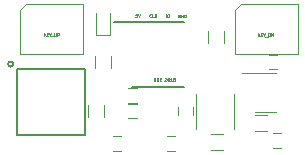
<source format=gbr>
G04 #@! TF.FileFunction,Legend,Top*
%FSLAX46Y46*%
G04 Gerber Fmt 4.6, Leading zero omitted, Abs format (unit mm)*
G04 Created by KiCad (PCBNEW 4.0.7) date Tuesday, October 30, 2018 'PMt' 11:33:51 PM*
%MOMM*%
%LPD*%
G01*
G04 APERTURE LIST*
%ADD10C,0.100000*%
%ADD11C,0.031750*%
%ADD12C,0.120000*%
%ADD13C,0.150000*%
%ADD14C,0.050000*%
G04 APERTURE END LIST*
D10*
D11*
X119481624Y-71210900D02*
X119457815Y-71198995D01*
X119422100Y-71198995D01*
X119386386Y-71210900D01*
X119362577Y-71234710D01*
X119350672Y-71258519D01*
X119338767Y-71306138D01*
X119338767Y-71341852D01*
X119350672Y-71389471D01*
X119362577Y-71413281D01*
X119386386Y-71437090D01*
X119422100Y-71448995D01*
X119445910Y-71448995D01*
X119481624Y-71437090D01*
X119493529Y-71425186D01*
X119493529Y-71341852D01*
X119445910Y-71341852D01*
X119600672Y-71448995D02*
X119600672Y-71198995D01*
X119743529Y-71448995D01*
X119743529Y-71198995D01*
X119862577Y-71448995D02*
X119862577Y-71198995D01*
X119922101Y-71198995D01*
X119957815Y-71210900D01*
X119981624Y-71234710D01*
X119993529Y-71258519D01*
X120005434Y-71306138D01*
X120005434Y-71341852D01*
X119993529Y-71389471D01*
X119981624Y-71413281D01*
X119957815Y-71437090D01*
X119922101Y-71448995D01*
X119862577Y-71448995D01*
X118321948Y-71423595D02*
X118321948Y-71173595D01*
X118488615Y-71173595D02*
X118536234Y-71173595D01*
X118560043Y-71185500D01*
X118583853Y-71209310D01*
X118595758Y-71256929D01*
X118595758Y-71340262D01*
X118583853Y-71387881D01*
X118560043Y-71411690D01*
X118536234Y-71423595D01*
X118488615Y-71423595D01*
X118464805Y-71411690D01*
X118440996Y-71387881D01*
X118429091Y-71340262D01*
X118429091Y-71256929D01*
X118440996Y-71209310D01*
X118464805Y-71185500D01*
X118488615Y-71173595D01*
X117059491Y-71387086D02*
X117047586Y-71398990D01*
X117011872Y-71410895D01*
X116988062Y-71410895D01*
X116952348Y-71398990D01*
X116928539Y-71375181D01*
X116916634Y-71351371D01*
X116904729Y-71303752D01*
X116904729Y-71268038D01*
X116916634Y-71220419D01*
X116928539Y-71196610D01*
X116952348Y-71172800D01*
X116988062Y-71160895D01*
X117011872Y-71160895D01*
X117047586Y-71172800D01*
X117059491Y-71184705D01*
X117285681Y-71410895D02*
X117166634Y-71410895D01*
X117166634Y-71160895D01*
X117369015Y-71410895D02*
X117369015Y-71160895D01*
X117511872Y-71410895D02*
X117404729Y-71268038D01*
X117511872Y-71160895D02*
X117369015Y-71303752D01*
X115865281Y-71148195D02*
X115746234Y-71148195D01*
X115734329Y-71267243D01*
X115746234Y-71255338D01*
X115770043Y-71243433D01*
X115829567Y-71243433D01*
X115853377Y-71255338D01*
X115865281Y-71267243D01*
X115877186Y-71291052D01*
X115877186Y-71350576D01*
X115865281Y-71374386D01*
X115853377Y-71386290D01*
X115829567Y-71398195D01*
X115770043Y-71398195D01*
X115746234Y-71386290D01*
X115734329Y-71374386D01*
X115948615Y-71148195D02*
X116031948Y-71398195D01*
X116115281Y-71148195D01*
X126109096Y-73036495D02*
X126109096Y-72786495D01*
X126251953Y-73036495D02*
X126144810Y-72893638D01*
X126251953Y-72786495D02*
X126109096Y-72929352D01*
X126359096Y-72905543D02*
X126442429Y-72905543D01*
X126478143Y-73036495D02*
X126359096Y-73036495D01*
X126359096Y-72786495D01*
X126478143Y-72786495D01*
X126632905Y-72917448D02*
X126632905Y-73036495D01*
X126549572Y-72786495D02*
X126632905Y-72917448D01*
X126716238Y-72786495D01*
X126740048Y-73060305D02*
X126930524Y-73060305D01*
X126990048Y-73036495D02*
X126990048Y-72786495D01*
X127049572Y-72786495D01*
X127085286Y-72798400D01*
X127109095Y-72822210D01*
X127121000Y-72846019D01*
X127132905Y-72893638D01*
X127132905Y-72929352D01*
X127121000Y-72976971D01*
X127109095Y-73000781D01*
X127085286Y-73024590D01*
X127049572Y-73036495D01*
X126990048Y-73036495D01*
X127240048Y-73036495D02*
X127240048Y-72786495D01*
X127382905Y-73036495D01*
X127382905Y-72786495D01*
X107986196Y-73011095D02*
X107986196Y-72761095D01*
X108129053Y-73011095D02*
X108021910Y-72868238D01*
X108129053Y-72761095D02*
X107986196Y-72903952D01*
X108236196Y-72880143D02*
X108319529Y-72880143D01*
X108355243Y-73011095D02*
X108236196Y-73011095D01*
X108236196Y-72761095D01*
X108355243Y-72761095D01*
X108510005Y-72892048D02*
X108510005Y-73011095D01*
X108426672Y-72761095D02*
X108510005Y-72892048D01*
X108593338Y-72761095D01*
X108617148Y-73034905D02*
X108807624Y-73034905D01*
X108867148Y-72761095D02*
X108867148Y-72963476D01*
X108879053Y-72987286D01*
X108890957Y-72999190D01*
X108914767Y-73011095D01*
X108962386Y-73011095D01*
X108986195Y-72999190D01*
X108998100Y-72987286D01*
X109010005Y-72963476D01*
X109010005Y-72761095D01*
X109129053Y-73011095D02*
X109129053Y-72761095D01*
X109224291Y-72761095D01*
X109248100Y-72773000D01*
X109260005Y-72784905D01*
X109271910Y-72808714D01*
X109271910Y-72844429D01*
X109260005Y-72868238D01*
X109248100Y-72880143D01*
X109224291Y-72892048D01*
X109129053Y-72892048D01*
X117279849Y-76821095D02*
X117279849Y-76571095D01*
X117422706Y-76821095D02*
X117315563Y-76678238D01*
X117422706Y-76571095D02*
X117279849Y-76713952D01*
X117529849Y-76821095D02*
X117529849Y-76571095D01*
X117529849Y-76690143D02*
X117672706Y-76690143D01*
X117672706Y-76821095D02*
X117672706Y-76571095D01*
X117791754Y-76690143D02*
X117875087Y-76690143D01*
X117910801Y-76821095D02*
X117791754Y-76821095D01*
X117791754Y-76571095D01*
X117910801Y-76571095D01*
X118196515Y-76594905D02*
X118208420Y-76583000D01*
X118232229Y-76571095D01*
X118291753Y-76571095D01*
X118315563Y-76583000D01*
X118327467Y-76594905D01*
X118339372Y-76618714D01*
X118339372Y-76642524D01*
X118327467Y-76678238D01*
X118184610Y-76821095D01*
X118339372Y-76821095D01*
X118494134Y-76571095D02*
X118517943Y-76571095D01*
X118541753Y-76583000D01*
X118553658Y-76594905D01*
X118565562Y-76618714D01*
X118577467Y-76666333D01*
X118577467Y-76725857D01*
X118565562Y-76773476D01*
X118553658Y-76797286D01*
X118541753Y-76809190D01*
X118517943Y-76821095D01*
X118494134Y-76821095D01*
X118470324Y-76809190D01*
X118458420Y-76797286D01*
X118446515Y-76773476D01*
X118434610Y-76725857D01*
X118434610Y-76666333D01*
X118446515Y-76618714D01*
X118458420Y-76594905D01*
X118470324Y-76583000D01*
X118494134Y-76571095D01*
X118815562Y-76821095D02*
X118672705Y-76821095D01*
X118744134Y-76821095D02*
X118744134Y-76571095D01*
X118720324Y-76606810D01*
X118696515Y-76630619D01*
X118672705Y-76642524D01*
X118958419Y-76678238D02*
X118934610Y-76666333D01*
X118922705Y-76654429D01*
X118910800Y-76630619D01*
X118910800Y-76618714D01*
X118922705Y-76594905D01*
X118934610Y-76583000D01*
X118958419Y-76571095D01*
X119006038Y-76571095D01*
X119029848Y-76583000D01*
X119041752Y-76594905D01*
X119053657Y-76618714D01*
X119053657Y-76630619D01*
X119041752Y-76654429D01*
X119029848Y-76666333D01*
X119006038Y-76678238D01*
X118958419Y-76678238D01*
X118934610Y-76690143D01*
X118922705Y-76702048D01*
X118910800Y-76725857D01*
X118910800Y-76773476D01*
X118922705Y-76797286D01*
X118934610Y-76809190D01*
X118958419Y-76821095D01*
X119006038Y-76821095D01*
X119029848Y-76809190D01*
X119041752Y-76797286D01*
X119053657Y-76773476D01*
X119053657Y-76725857D01*
X119041752Y-76702048D01*
X119029848Y-76690143D01*
X119006038Y-76678238D01*
D12*
X113848400Y-81518200D02*
X114548400Y-81518200D01*
X114548400Y-82718200D02*
X113848400Y-82718200D01*
X127705600Y-75834800D02*
X127005600Y-75834800D01*
X127005600Y-74634800D02*
X127705600Y-74634800D01*
X120564200Y-78999600D02*
X120564200Y-79699600D01*
X119364200Y-79699600D02*
X119364200Y-78999600D01*
X118420400Y-81518200D02*
X119120400Y-81518200D01*
X119120400Y-82718200D02*
X118420400Y-82718200D01*
X115143800Y-78775000D02*
X115843800Y-78775000D01*
X115843800Y-79975000D02*
X115143800Y-79975000D01*
X115143800Y-77454200D02*
X115843800Y-77454200D01*
X115843800Y-78654200D02*
X115143800Y-78654200D01*
X128061200Y-82464200D02*
X127361200Y-82464200D01*
X127361200Y-81264200D02*
X128061200Y-81264200D01*
X112379200Y-72930400D02*
X113579200Y-72930400D01*
X112379200Y-71080400D02*
X112379200Y-72930400D01*
X113579200Y-71080400D02*
X113579200Y-72930400D01*
D13*
X105403607Y-75390000D02*
G75*
G03X105403607Y-75390000I-223607J0D01*
G01*
X111480000Y-81390000D02*
X111480000Y-75790000D01*
X105680000Y-81390000D02*
X105680000Y-75790000D01*
X105680000Y-75790000D02*
X111480000Y-75790000D01*
X111480000Y-81390000D02*
X105680000Y-81390000D01*
D12*
X124078800Y-77900400D02*
X124078800Y-80900400D01*
X120878800Y-77900400D02*
X120878800Y-80900400D01*
X112273800Y-75684000D02*
X112273800Y-74684000D01*
X113633800Y-74684000D02*
X113633800Y-75684000D01*
X111740400Y-79849600D02*
X111740400Y-78849600D01*
X113100400Y-78849600D02*
X113100400Y-79849600D01*
X122131200Y-81336600D02*
X123131200Y-81336600D01*
X123131200Y-82696600D02*
X122131200Y-82696600D01*
X126839600Y-81045600D02*
X125839600Y-81045600D01*
X125839600Y-79685600D02*
X126839600Y-79685600D01*
X123209600Y-72575800D02*
X123209600Y-73575800D01*
X121849600Y-73575800D02*
X121849600Y-72575800D01*
D14*
X106500000Y-70300000D02*
X111300000Y-70300000D01*
X106000000Y-70800000D02*
X106000000Y-74500000D01*
X106000000Y-70800000D02*
X106500000Y-70300000D01*
X111300000Y-70300000D02*
X111300000Y-74500000D01*
X111300000Y-74500000D02*
X106000000Y-74500000D01*
X124700000Y-70300000D02*
X129500000Y-70300000D01*
X124200000Y-70800000D02*
X124200000Y-74500000D01*
X124200000Y-70800000D02*
X124700000Y-70300000D01*
X129500000Y-70300000D02*
X129500000Y-74500000D01*
X129500000Y-74500000D02*
X124200000Y-74500000D01*
D12*
X125871400Y-79410200D02*
X127671400Y-79410200D01*
X127671400Y-76190200D02*
X124721400Y-76190200D01*
D13*
X115478200Y-77375600D02*
X119878200Y-77375600D01*
X113903200Y-71850600D02*
X119878200Y-71850600D01*
M02*

</source>
